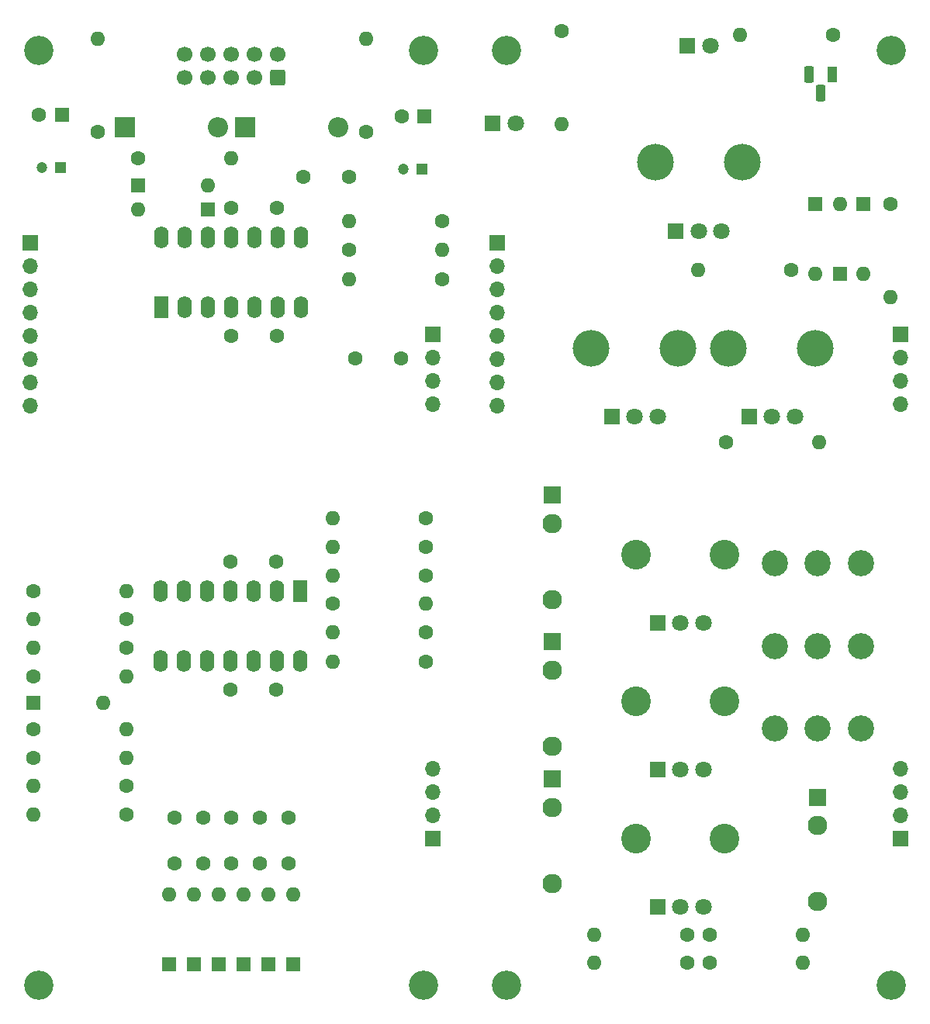
<source format=gbs>
G04 #@! TF.GenerationSoftware,KiCad,Pcbnew,8.0.2-1*
G04 #@! TF.CreationDate,2024-06-17T09:55:16+02:00*
G04 #@! TF.ProjectId,low-orbit,6c6f772d-6f72-4626-9974-2e6b69636164,rev?*
G04 #@! TF.SameCoordinates,Original*
G04 #@! TF.FileFunction,Soldermask,Bot*
G04 #@! TF.FilePolarity,Negative*
%FSLAX46Y46*%
G04 Gerber Fmt 4.6, Leading zero omitted, Abs format (unit mm)*
G04 Created by KiCad (PCBNEW 8.0.2-1) date 2024-06-17 09:55:16*
%MOMM*%
%LPD*%
G01*
G04 APERTURE LIST*
G04 Aperture macros list*
%AMRoundRect*
0 Rectangle with rounded corners*
0 $1 Rounding radius*
0 $2 $3 $4 $5 $6 $7 $8 $9 X,Y pos of 4 corners*
0 Add a 4 corners polygon primitive as box body*
4,1,4,$2,$3,$4,$5,$6,$7,$8,$9,$2,$3,0*
0 Add four circle primitives for the rounded corners*
1,1,$1+$1,$2,$3*
1,1,$1+$1,$4,$5*
1,1,$1+$1,$6,$7*
1,1,$1+$1,$8,$9*
0 Add four rect primitives between the rounded corners*
20,1,$1+$1,$2,$3,$4,$5,0*
20,1,$1+$1,$4,$5,$6,$7,0*
20,1,$1+$1,$6,$7,$8,$9,0*
20,1,$1+$1,$8,$9,$2,$3,0*%
G04 Aperture macros list end*
%ADD10R,1.600000X1.600000*%
%ADD11O,1.600000X1.600000*%
%ADD12C,1.600000*%
%ADD13C,2.850000*%
%ADD14R,1.930000X1.830000*%
%ADD15C,2.130000*%
%ADD16R,1.700000X1.700000*%
%ADD17O,1.700000X1.700000*%
%ADD18O,4.000000X4.000000*%
%ADD19R,1.800000X1.800000*%
%ADD20C,1.800000*%
%ADD21R,2.200000X2.200000*%
%ADD22O,2.200000X2.200000*%
%ADD23C,3.200000*%
%ADD24C,3.240000*%
%ADD25R,1.600000X2.400000*%
%ADD26O,1.600000X2.400000*%
%ADD27R,1.100000X1.800000*%
%ADD28RoundRect,0.275000X0.275000X0.625000X-0.275000X0.625000X-0.275000X-0.625000X0.275000X-0.625000X0*%
%ADD29R,1.200000X1.200000*%
%ADD30C,1.200000*%
%ADD31RoundRect,0.250000X0.600000X-0.600000X0.600000X0.600000X-0.600000X0.600000X-0.600000X-0.600000X0*%
%ADD32C,1.700000*%
G04 APERTURE END LIST*
D10*
X79000000Y-153710000D03*
D11*
X79000000Y-146090000D03*
D12*
X86020000Y-114400000D03*
D11*
X96180000Y-114400000D03*
D13*
X143700000Y-119000000D03*
X139000000Y-119000000D03*
X134300000Y-119000000D03*
D14*
X110000000Y-133520000D03*
D15*
X110000000Y-144920000D03*
X110000000Y-136620000D03*
D10*
X138700000Y-70790000D03*
D11*
X138700000Y-78410000D03*
D12*
X111000000Y-51920000D03*
D11*
X111000000Y-62080000D03*
D16*
X53000000Y-75000000D03*
D17*
X53000000Y-77540000D03*
X53000000Y-80080000D03*
X53000000Y-82620000D03*
X53000000Y-85160000D03*
X53000000Y-87700000D03*
X53000000Y-90240000D03*
X53000000Y-92780000D03*
D12*
X63500000Y-116100000D03*
D11*
X53340000Y-116100000D03*
D16*
X97000000Y-85000000D03*
D17*
X97000000Y-87540000D03*
X97000000Y-90080000D03*
X97000000Y-92620000D03*
D12*
X81200000Y-137710000D03*
X81200000Y-142710000D03*
D18*
X129250000Y-86500000D03*
X138750000Y-86500000D03*
D19*
X131500000Y-94000000D03*
D20*
X134000000Y-94000000D03*
X136500000Y-94000000D03*
D14*
X110000000Y-118520000D03*
D15*
X110000000Y-129920000D03*
X110000000Y-121620000D03*
D12*
X97980000Y-72600000D03*
D11*
X87820000Y-72600000D03*
D10*
X64790000Y-68700000D03*
D11*
X72410000Y-68700000D03*
D18*
X114250000Y-86500000D03*
X123750000Y-86500000D03*
D19*
X116500000Y-94000000D03*
D20*
X119000000Y-94000000D03*
X121500000Y-94000000D03*
D19*
X124730000Y-53500000D03*
D20*
X127270000Y-53500000D03*
D12*
X146900000Y-70790000D03*
D11*
X146900000Y-80950000D03*
D12*
X63500000Y-119200000D03*
D11*
X53340000Y-119200000D03*
D21*
X63340000Y-62400000D03*
D22*
X73500000Y-62400000D03*
D10*
X144000000Y-70790000D03*
D11*
X144000000Y-78410000D03*
D23*
X54000000Y-54000000D03*
D12*
X124780000Y-150500000D03*
D11*
X114620000Y-150500000D03*
D12*
X96180000Y-120700000D03*
D11*
X86020000Y-120700000D03*
D10*
X81700000Y-153710000D03*
D11*
X81700000Y-146090000D03*
D10*
X72410000Y-71400000D03*
D11*
X64790000Y-71400000D03*
D12*
X136080000Y-78000000D03*
D11*
X125920000Y-78000000D03*
D12*
X63500000Y-134300000D03*
D11*
X53340000Y-134300000D03*
D12*
X53340000Y-128100000D03*
D11*
X63500000Y-128100000D03*
D12*
X53340000Y-113000000D03*
D11*
X63500000Y-113000000D03*
D12*
X97980000Y-79000000D03*
D11*
X87820000Y-79000000D03*
D12*
X96180000Y-105094230D03*
D11*
X86020000Y-105094230D03*
D12*
X96180000Y-117500000D03*
D11*
X86020000Y-117500000D03*
D10*
X141400000Y-78410000D03*
D11*
X141400000Y-70790000D03*
D23*
X147000000Y-156000000D03*
D12*
X53340000Y-131200000D03*
D11*
X63500000Y-131200000D03*
D12*
X124780000Y-153600000D03*
D11*
X114620000Y-153600000D03*
D12*
X74915000Y-109800000D03*
X79915000Y-109800000D03*
X53340000Y-122300000D03*
D11*
X63500000Y-122300000D03*
D12*
X96180000Y-108200000D03*
D11*
X86020000Y-108200000D03*
D14*
X139000000Y-135520000D03*
D15*
X139000000Y-146920000D03*
X139000000Y-138620000D03*
D23*
X96000000Y-156000000D03*
D10*
X68200000Y-153720000D03*
D11*
X68200000Y-146100000D03*
D24*
X119200000Y-140000000D03*
X128800000Y-140000000D03*
D19*
X121500000Y-147500000D03*
D20*
X124000000Y-147500000D03*
X126500000Y-147500000D03*
D10*
X73600000Y-153710000D03*
D11*
X73600000Y-146090000D03*
D10*
X70900000Y-153720000D03*
D11*
X70900000Y-146100000D03*
D12*
X89700000Y-62930000D03*
D11*
X89700000Y-52770000D03*
D13*
X134300000Y-128000000D03*
X139000000Y-128000000D03*
X143700000Y-128000000D03*
D12*
X140660000Y-52300000D03*
D11*
X130500000Y-52300000D03*
D13*
X134300000Y-110000000D03*
X139000000Y-110000000D03*
X143700000Y-110000000D03*
D19*
X103460000Y-62000000D03*
D20*
X106000000Y-62000000D03*
D18*
X121250000Y-66225000D03*
X130750000Y-66225000D03*
D19*
X123500000Y-73725000D03*
D20*
X126000000Y-73725000D03*
X128500000Y-73725000D03*
D12*
X78100000Y-137710000D03*
X78100000Y-142710000D03*
D25*
X82540000Y-113000000D03*
D26*
X80000000Y-113000000D03*
X77460000Y-113000000D03*
X74920000Y-113000000D03*
X72380000Y-113000000D03*
X69840000Y-113000000D03*
X67300000Y-113000000D03*
X67300000Y-120620000D03*
X69840000Y-120620000D03*
X72380000Y-120620000D03*
X74920000Y-120620000D03*
X77460000Y-120620000D03*
X80000000Y-120620000D03*
X82540000Y-120620000D03*
D14*
X110000000Y-102520000D03*
D15*
X110000000Y-113920000D03*
X110000000Y-105620000D03*
D12*
X79900000Y-123800000D03*
X74900000Y-123800000D03*
X127200000Y-153600000D03*
D11*
X137360000Y-153600000D03*
D10*
X53340000Y-125200000D03*
D11*
X60960000Y-125200000D03*
D12*
X71900000Y-137710000D03*
X71900000Y-142710000D03*
X129020000Y-96800000D03*
D11*
X139180000Y-96800000D03*
D23*
X54000000Y-156000000D03*
D12*
X96180000Y-111300000D03*
D11*
X86020000Y-111300000D03*
D21*
X76500000Y-62400000D03*
D22*
X86660000Y-62400000D03*
D24*
X119200000Y-125000000D03*
X128800000Y-125000000D03*
D19*
X121500000Y-132500000D03*
D20*
X124000000Y-132500000D03*
X126500000Y-132500000D03*
D23*
X147000000Y-54000000D03*
X105000000Y-54000000D03*
X105000000Y-156000000D03*
D12*
X80000000Y-71200000D03*
X75000000Y-71200000D03*
D10*
X76300000Y-153710000D03*
D11*
X76300000Y-146090000D03*
D23*
X96000000Y-54000000D03*
D12*
X64790000Y-65800000D03*
D11*
X74950000Y-65800000D03*
D16*
X97000000Y-140000000D03*
D17*
X97000000Y-137460000D03*
X97000000Y-134920000D03*
X97000000Y-132380000D03*
D12*
X75000000Y-137710000D03*
X75000000Y-142710000D03*
X60400000Y-62900000D03*
D11*
X60400000Y-52740000D03*
D12*
X75000000Y-85200000D03*
X80000000Y-85200000D03*
D20*
X126500000Y-116500000D03*
X124000000Y-116500000D03*
D19*
X121500000Y-116500000D03*
D24*
X128800000Y-109000000D03*
X119200000Y-109000000D03*
D12*
X63500000Y-137400000D03*
D11*
X53340000Y-137400000D03*
D25*
X67375000Y-82000000D03*
D26*
X69915000Y-82000000D03*
X72455000Y-82000000D03*
X74995000Y-82000000D03*
X77535000Y-82000000D03*
X80075000Y-82000000D03*
X82615000Y-82000000D03*
X82615000Y-74380000D03*
X80075000Y-74380000D03*
X77535000Y-74380000D03*
X74995000Y-74380000D03*
X72455000Y-74380000D03*
X69915000Y-74380000D03*
X67375000Y-74380000D03*
D27*
X140540000Y-56600000D03*
D28*
X139270000Y-58670000D03*
X138000000Y-56600000D03*
D12*
X87820000Y-75800000D03*
D11*
X97980000Y-75800000D03*
D12*
X127200000Y-150500000D03*
D11*
X137360000Y-150500000D03*
D12*
X68800000Y-137710000D03*
X68800000Y-142710000D03*
X82800000Y-67800000D03*
X87800000Y-67800000D03*
D16*
X148000000Y-140000000D03*
D17*
X148000000Y-137460000D03*
X148000000Y-134920000D03*
X148000000Y-132380000D03*
D29*
X95772600Y-67000000D03*
D30*
X93772600Y-67000000D03*
D16*
X104000000Y-75000000D03*
D17*
X104000000Y-77540000D03*
X104000000Y-80080000D03*
X104000000Y-82620000D03*
X104000000Y-85160000D03*
X104000000Y-87700000D03*
X104000000Y-90240000D03*
X104000000Y-92780000D03*
D10*
X56500000Y-61000000D03*
D12*
X54000000Y-61000000D03*
D29*
X56300000Y-66800000D03*
D30*
X54300000Y-66800000D03*
D31*
X80080000Y-57000000D03*
D32*
X80080000Y-54460000D03*
X77540000Y-57000000D03*
X77540000Y-54460000D03*
X75000000Y-57000000D03*
X75000000Y-54460000D03*
X72460000Y-57000000D03*
X72460000Y-54460000D03*
X69920000Y-57000000D03*
X69920000Y-54460000D03*
D10*
X96082380Y-61200000D03*
D12*
X93582380Y-61200000D03*
D16*
X148000000Y-85000000D03*
D17*
X148000000Y-87540000D03*
X148000000Y-90080000D03*
X148000000Y-92620000D03*
D12*
X93500000Y-87600000D03*
X88500000Y-87600000D03*
M02*

</source>
